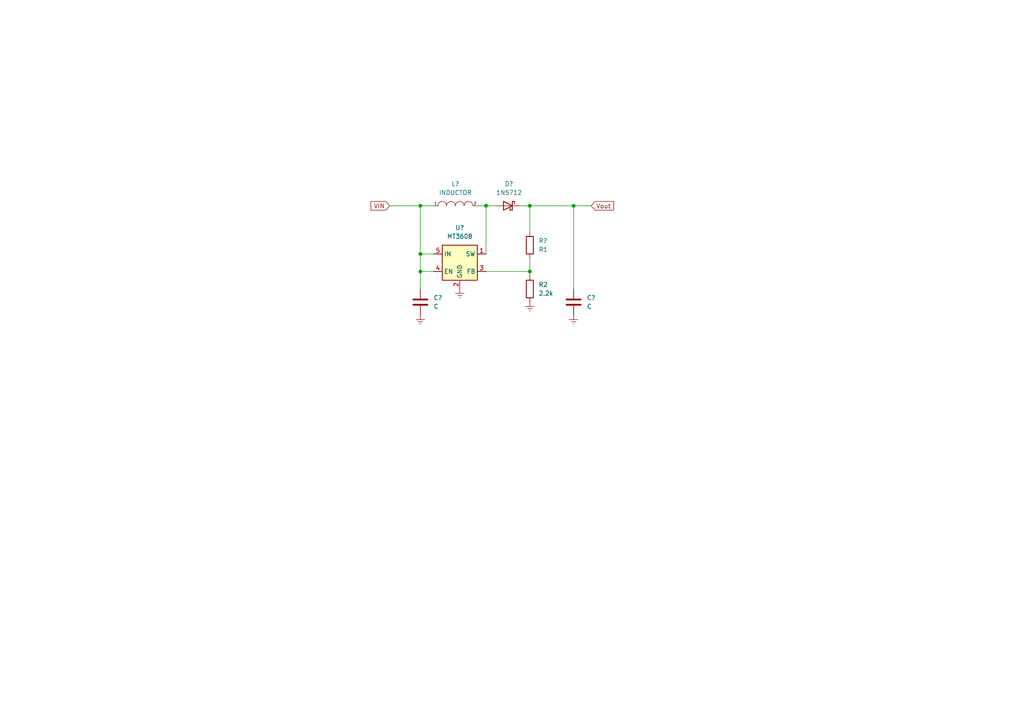
<source format=kicad_sch>
(kicad_sch (version 20211123) (generator eeschema)
  (paper "A4")
  (lib_symbols
    (symbol "Device:C" (pin_numbers hide) (pin_names (offset 0.254))
      (property "Reference" "C" (at 0.635 2.54 0))
      (property "Value" "C" (at 0.635 -2.54 0))
      (symbol "C_0_1"
        (polyline (pts (xy -2.032 -0.762) (xy 2.032 -0.762)) (stroke (width 0.508)))
        (polyline (pts (xy -2.032 0.762) (xy 2.032 0.762)) (stroke (width 0.508)))
      )
      (symbol "C_1_1"
        (pin passive line (at 0 3.81 270) (length 2.794) (name "~") (number "1"))
        (pin passive line (at 0 -3.81 90) (length 2.794) (name "~") (number "2"))
      )
    )
    (symbol "Device:R" (pin_numbers hide) (pin_names (offset 0))
      (property "Reference" "R" (at 2.032 0 90))
      (property "Value" "R" (at 0 0 90))
      (symbol "R_0_1"
        (rectangle (start -1.016 -2.54) (end 1.016 2.54) (stroke (width 0.254)))
      )
      (symbol "R_1_1"
        (pin passive line (at 0 3.81 270) (length 1.27) (name "~") (number "1"))
        (pin passive line (at 0 -3.81 90) (length 1.27) (name "~") (number "2"))
      )
    )
    (symbol "Diode:1N5712" (pin_numbers hide) (pin_names (offset 1.016) hide)
      (property "Reference" "D" (at 0 2.54 0))
      (property "Value" "1N5712" (at 0 -2.54 0))
      (symbol "1N5712_0_1"
        (polyline (pts (xy 1.27 0) (xy -1.27 0)))
        (polyline (pts (xy 1.27 1.27) (xy 1.27 -1.27) (xy -1.27 0) (xy 1.27 1.27)) (stroke (width 0.254)))
        (polyline (pts (xy -1.905 0.635) (xy -1.905 1.27) (xy -1.27 1.27) (xy -1.27 -1.27) (xy -0.635 -1.27) (xy -0.635 -0.635)) (stroke (width 0.254)))
      )
      (symbol "1N5712_1_1"
        (pin passive line (at -3.81 0 0) (length 2.54) (name "K") (number "1"))
        (pin passive line (at 3.81 0 180) (length 2.54) (name "A") (number "2"))
      )
    )
    (symbol "Regulator_Switching:MT3608"
      (property "Reference" "U" (at -2.54 8.89 0))
      (property "Value" "MT3608" (at -3.81 6.35 0))
      (symbol "MT3608_0_1"
        (rectangle (start -5.08 5.08) (end 5.08 -5.08) (stroke (width 0.254)) (fill (type background)))
      )
      (symbol "MT3608_1_1"
        (pin passive line (at 7.62 2.54 180) (length 2.54) (name "SW") (number "1"))
        (pin power_in line (at 0 -7.62 90) (length 2.54) (name "GND") (number "2"))
        (pin input line (at 7.62 -2.54 180) (length 2.54) (name "FB") (number "3"))
        (pin input line (at -7.62 -2.54 0) (length 2.54) (name "EN") (number "4"))
        (pin power_in line (at -7.62 2.54 0) (length 2.54) (name "IN") (number "5"))
        (pin no_connect line (at 5.08 0 180) (length 2.54) hide (name "NC") (number "6"))
      )
    )
    (symbol "power:Earth" (power) (pin_names (offset 0))
      (symbol "Earth_0_1"
        (polyline (pts (xy -0.635 -1.905) (xy 0.635 -1.905)))
        (polyline (pts (xy -0.127 -2.54) (xy 0.127 -2.54)))
        (polyline (pts (xy 0 -1.27) (xy 0 0)))
        (polyline (pts (xy 1.27 -1.27) (xy -1.27 -1.27)))
      )
      (symbol "Earth_1_1"
        (pin power_in line (at 0 0 270) (length 0) hide (name "Earth") (number "1"))
      )
    )
    (symbol "pspice:INDUCTOR" (pin_numbers hide) (pin_names (offset 0))
      (property "Reference" "L" (at 0 2.54 0))
      (property "Value" "INDUCTOR" (at 0 -1.27 0))
      (symbol "INDUCTOR_0_1"
        (arc (start -2.54 0) (mid -3.81 1.27) (end -5.08 0))
        (arc (start 0 0) (mid -1.27 1.27) (end -2.54 0))
        (arc (start 2.54 0) (mid 1.27 1.27) (end 0 0))
        (arc (start 5.08 0) (mid 3.81 1.27) (end 2.54 0))
      )
      (symbol "INDUCTOR_1_1"
        (pin input line (at -6.35 0 0) (length 1.27) (name "1") (number "1"))
        (pin input line (at 6.35 0 180) (length 1.27) (name "2") (number "2"))
      )
    )
  )
  (junction (at 153.67 78.74))
  (junction (at 121.92 73.66))
  (junction (at 153.67 59.69))
  (junction (at 140.97 59.69))
  (junction (at 121.92 59.69))
  (junction (at 121.92 78.74))
  (junction (at 166.37 59.69))
  (wire (pts (xy 113.03 59.69) (xy 121.92 59.69)))
  (wire (pts (xy 140.97 59.69) (xy 143.51 59.69)))
  (wire (pts (xy 166.37 59.69) (xy 171.45 59.69)))
  (wire (pts (xy 153.67 78.74) (xy 153.67 80.01)))
  (wire (pts (xy 121.92 78.74) (xy 125.73 78.74)))
  (wire (pts (xy 153.67 59.69) (xy 153.67 67.31)))
  (wire (pts (xy 151.13 59.69) (xy 153.67 59.69)))
  (wire (pts (xy 138.43 59.69) (xy 140.97 59.69)))
  (wire (pts (xy 121.92 78.74) (xy 121.92 83.82)))
  (wire (pts (xy 121.92 59.69) (xy 121.92 73.66)))
  (wire (pts (xy 121.92 73.66) (xy 125.73 73.66)))
  (wire (pts (xy 153.67 74.93) (xy 153.67 78.74)))
  (wire (pts (xy 166.37 59.69) (xy 166.37 83.82)))
  (wire (pts (xy 153.67 59.69) (xy 166.37 59.69)))
  (wire (pts (xy 121.92 73.66) (xy 121.92 78.74)))
  (wire (pts (xy 121.92 59.69) (xy 125.73 59.69)))
  (wire (pts (xy 140.97 73.66) (xy 140.97 59.69)))
  (wire (pts (xy 140.97 78.74) (xy 153.67 78.74)))
  (global_label "Vout" (shape input) (at 171.45 59.69 0) (property "Intersheet References" "${INTERSHEET_REFS}" (effects hide)))
  (global_label "VIN" (shape input) (at 113.03 59.69 180) (property "Intersheet References" "${INTERSHEET_REFS}" (effects hide)))
  (symbol (lib_id "Device:C") (at 166.37 87.63 0) (unit 1)
    (property "Reference" "C?" (at 170.18 86.3599 0) (effects (justify left)))
    (property "Value" "C" (at 170.18 88.8999 0) (effects (justify left)))
  )
  (symbol (lib_id "Device:R") (at 153.67 83.82 0) (unit 1)
    (property "Reference" "R2" (at 156.21 82.5499 0) (effects (justify left)))
    (property "Value" "2.2k" (at 156.21 85.0899 0) (effects (justify left)))
  )
  (symbol (lib_id "power:Earth") (at 166.37 91.44 0) (unit 1)
    (property "Reference" "#PWR?" (effects hide))
    (property "Value" "Earth" (effects hide))
  )
  (symbol (lib_id "power:Earth") (at 133.35 83.82 0) (unit 1)
    (property "Reference" "#PWR?" (effects hide))
    (property "Value" "Earth" (effects hide))
  )
  (symbol (lib_id "power:Earth") (at 153.67 87.63 0) (unit 1)
    (property "Reference" "#PWR?" (effects hide))
    (property "Value" "Earth" (effects hide))
  )
  (symbol (lib_id "Regulator_Switching:MT3608") (at 133.35 76.2 0) (unit 1)
    (property "Reference" "U?" (at 133.35 66.04 0))
    (property "Value" "MT3608" (at 133.35 68.58 0))
    (property "Footprint" "Package_TO_SOT_SMD:SOT-23-6" (effects hide))
    (property "Datasheet" "https://www.olimex.com/Products/Breadboarding/BB-PWR-3608/resources/MT3608.pdf" (effects hide))
  )
  (symbol (lib_id "Diode:1N5712") (at 147.32 59.69 0) (mirror y) (unit 1)
    (property "Reference" "D?" (at 147.6375 53.34 0))
    (property "Value" "1N5712" (at 147.6375 55.88 0))
    (property "Footprint" "Diode_THT:D_DO-35_SOD27_P7.62mm_Horizontal" (effects hide))
    (property "Datasheet" "https://www.microsemi.com/document-portal/doc_download/8865-lds-0040-datasheet" (effects hide))
  )
  (symbol (lib_id "Device:C") (at 121.92 87.63 0) (unit 1)
    (property "Reference" "C?" (at 125.73 86.3599 0) (effects (justify left)))
    (property "Value" "C" (at 125.73 88.8999 0) (effects (justify left)))
  )
  (symbol (lib_id "pspice:INDUCTOR") (at 132.08 59.69 0) (unit 1)
    (property "Reference" "L?" (at 132.08 53.34 0))
    (property "Value" "INDUCTOR" (at 132.08 55.88 0))
  )
  (symbol (lib_id "power:Earth") (at 121.92 91.44 0) (unit 1)
    (property "Reference" "#PWR?" (effects hide))
    (property "Value" "Earth" (effects hide))
  )
  (symbol (lib_id "Device:R") (at 153.67 71.12 180) (unit 1)
    (property "Reference" "R?" (at 156.21 69.8499 0) (effects (justify right)))
    (property "Value" "R1" (at 156.21 72.3899 0) (effects (justify right)))
  )
)
</source>
